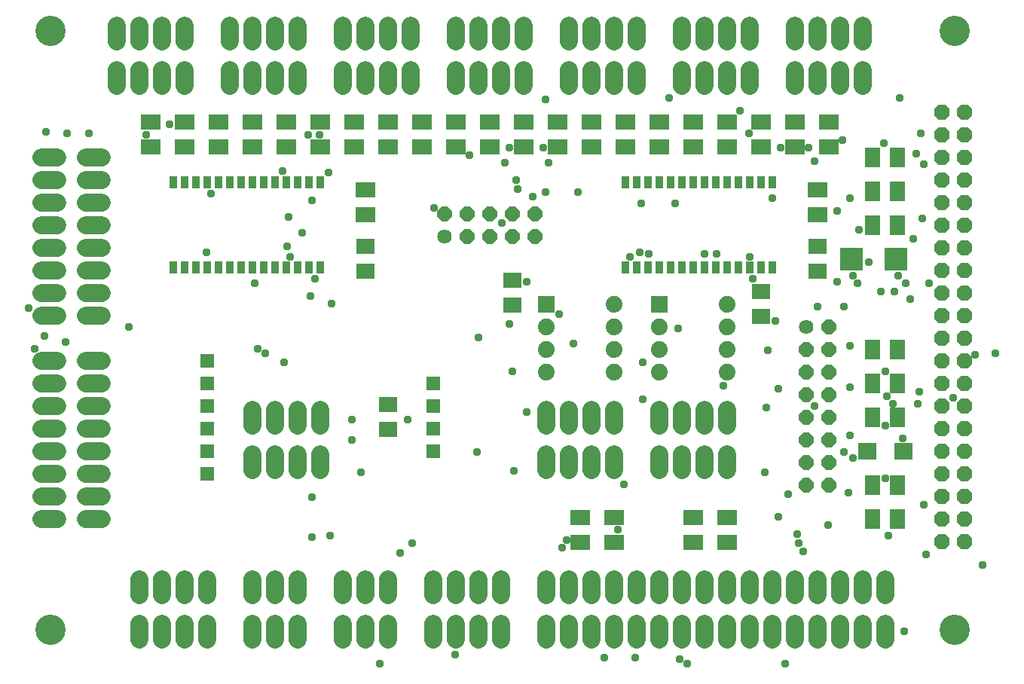
<source format=gbr>
G04 EAGLE Gerber RS-274X export*
G75*
%MOMM*%
%FSLAX34Y34*%
%LPD*%
%INSoldermask Top*%
%IPPOS*%
%AMOC8*
5,1,8,0,0,1.08239X$1,22.5*%
G01*
%ADD10C,3.403200*%
%ADD11C,2.003200*%
%ADD12R,2.603200X2.603200*%
%ADD13R,2.003200X1.803200*%
%ADD14R,2.003200X1.903200*%
%ADD15C,1.625600*%
%ADD16P,1.759533X8X292.500000*%
%ADD17P,1.759533X8X22.500000*%
%ADD18R,1.879600X1.879600*%
%ADD19C,1.879600*%
%ADD20P,1.869504X8X112.500000*%
%ADD21R,0.965200X1.473200*%
%ADD22R,2.203200X1.803200*%
%ADD23R,1.803200X2.203200*%
%ADD24R,1.611200X1.611200*%
%ADD25C,0.959600*%


D10*
X52550Y738650D03*
X1068550Y738650D03*
X1068550Y65550D03*
X52550Y65550D03*
D11*
X482600Y104900D02*
X482600Y122900D01*
X482600Y72900D02*
X482600Y54900D01*
X508000Y104900D02*
X508000Y122900D01*
X508000Y72900D02*
X508000Y54900D01*
X533400Y104900D02*
X533400Y122900D01*
X533400Y72900D02*
X533400Y54900D01*
X558800Y104900D02*
X558800Y122900D01*
X558800Y72900D02*
X558800Y54900D01*
D12*
X1002900Y482600D03*
X952900Y482600D03*
D13*
X571500Y430500D03*
X571500Y458500D03*
X850900Y417800D03*
X850900Y445800D03*
X406400Y468600D03*
X406400Y496600D03*
X914400Y496600D03*
X914400Y468600D03*
X431800Y318800D03*
X431800Y290800D03*
D14*
X970100Y266700D03*
X1011100Y266700D03*
D15*
X901700Y406400D03*
D16*
X927100Y406400D03*
X901700Y381000D03*
X927100Y381000D03*
X901700Y355600D03*
X927100Y355600D03*
X901700Y330200D03*
X927100Y330200D03*
X901700Y304800D03*
X927100Y304800D03*
X901700Y279400D03*
X927100Y279400D03*
X901700Y254000D03*
X927100Y254000D03*
X901700Y228600D03*
X927100Y228600D03*
D11*
X110200Y596900D02*
X92200Y596900D01*
X60200Y596900D02*
X42200Y596900D01*
X92200Y571500D02*
X110200Y571500D01*
X60200Y571500D02*
X42200Y571500D01*
X92200Y546100D02*
X110200Y546100D01*
X60200Y546100D02*
X42200Y546100D01*
X92200Y520700D02*
X110200Y520700D01*
X60200Y520700D02*
X42200Y520700D01*
X92200Y495300D02*
X110200Y495300D01*
X60200Y495300D02*
X42200Y495300D01*
X92200Y469900D02*
X110200Y469900D01*
X60200Y469900D02*
X42200Y469900D01*
X92200Y444500D02*
X110200Y444500D01*
X60200Y444500D02*
X42200Y444500D01*
X92200Y419100D02*
X110200Y419100D01*
X60200Y419100D02*
X42200Y419100D01*
X92200Y368300D02*
X110200Y368300D01*
X60200Y368300D02*
X42200Y368300D01*
X92200Y342900D02*
X110200Y342900D01*
X60200Y342900D02*
X42200Y342900D01*
X92200Y317500D02*
X110200Y317500D01*
X60200Y317500D02*
X42200Y317500D01*
X92200Y292100D02*
X110200Y292100D01*
X60200Y292100D02*
X42200Y292100D01*
X92200Y266700D02*
X110200Y266700D01*
X60200Y266700D02*
X42200Y266700D01*
X92200Y241300D02*
X110200Y241300D01*
X60200Y241300D02*
X42200Y241300D01*
X92200Y215900D02*
X110200Y215900D01*
X60200Y215900D02*
X42200Y215900D01*
X92200Y190500D02*
X110200Y190500D01*
X60200Y190500D02*
X42200Y190500D01*
X152400Y122900D02*
X152400Y104900D01*
X152400Y72900D02*
X152400Y54900D01*
X177800Y104900D02*
X177800Y122900D01*
X177800Y72900D02*
X177800Y54900D01*
X203200Y104900D02*
X203200Y122900D01*
X203200Y72900D02*
X203200Y54900D01*
X228600Y104900D02*
X228600Y122900D01*
X228600Y72900D02*
X228600Y54900D01*
X609600Y104900D02*
X609600Y122900D01*
X609600Y72900D02*
X609600Y54900D01*
X635000Y104900D02*
X635000Y122900D01*
X635000Y72900D02*
X635000Y54900D01*
X660400Y104900D02*
X660400Y122900D01*
X660400Y72900D02*
X660400Y54900D01*
X685800Y104900D02*
X685800Y122900D01*
X685800Y72900D02*
X685800Y54900D01*
X711200Y104900D02*
X711200Y122900D01*
X711200Y72900D02*
X711200Y54900D01*
X736600Y104900D02*
X736600Y122900D01*
X736600Y72900D02*
X736600Y54900D01*
X762000Y104900D02*
X762000Y122900D01*
X762000Y72900D02*
X762000Y54900D01*
X787400Y104900D02*
X787400Y122900D01*
X787400Y72900D02*
X787400Y54900D01*
X812800Y104900D02*
X812800Y122900D01*
X812800Y72900D02*
X812800Y54900D01*
X838200Y104900D02*
X838200Y122900D01*
X838200Y72900D02*
X838200Y54900D01*
X863600Y104900D02*
X863600Y122900D01*
X863600Y72900D02*
X863600Y54900D01*
X889000Y104900D02*
X889000Y122900D01*
X889000Y72900D02*
X889000Y54900D01*
X914400Y104900D02*
X914400Y122900D01*
X914400Y72900D02*
X914400Y54900D01*
X939800Y104900D02*
X939800Y122900D01*
X939800Y72900D02*
X939800Y54900D01*
X965200Y104900D02*
X965200Y122900D01*
X965200Y72900D02*
X965200Y54900D01*
X990600Y104900D02*
X990600Y122900D01*
X990600Y72900D02*
X990600Y54900D01*
D15*
X495300Y508000D03*
D17*
X495300Y533400D03*
X520700Y508000D03*
X520700Y533400D03*
X546100Y508000D03*
X546100Y533400D03*
X571500Y508000D03*
X571500Y533400D03*
X596900Y508000D03*
X596900Y533400D03*
D18*
X609600Y431800D03*
D19*
X609600Y406400D03*
X609600Y381000D03*
X609600Y355600D03*
X685800Y355600D03*
X685800Y381000D03*
X685800Y406400D03*
X685800Y431800D03*
D18*
X736600Y431800D03*
D19*
X736600Y406400D03*
X736600Y381000D03*
X736600Y355600D03*
X812800Y355600D03*
X812800Y381000D03*
X812800Y406400D03*
X812800Y431800D03*
D20*
X1079500Y165100D03*
X1054100Y165100D03*
X1079500Y190500D03*
X1054100Y190500D03*
X1079500Y215900D03*
X1054100Y215900D03*
X1079500Y241300D03*
X1054100Y241300D03*
X1079500Y266700D03*
X1054100Y266700D03*
X1079500Y292100D03*
X1054100Y292100D03*
X1079500Y317500D03*
X1054100Y317500D03*
X1079500Y342900D03*
X1054100Y342900D03*
X1079500Y368300D03*
X1054100Y368300D03*
X1079500Y393700D03*
X1054100Y393700D03*
X1079500Y419100D03*
X1054100Y419100D03*
X1079500Y444500D03*
X1054100Y444500D03*
X1079500Y469900D03*
X1054100Y469900D03*
X1079500Y495300D03*
X1054100Y495300D03*
X1079500Y520700D03*
X1054100Y520700D03*
X1079500Y546100D03*
X1054100Y546100D03*
X1079500Y571500D03*
X1054100Y571500D03*
X1079500Y596900D03*
X1054100Y596900D03*
X1079500Y622300D03*
X1054100Y622300D03*
X1079500Y647700D03*
X1054100Y647700D03*
D11*
X609600Y313400D02*
X609600Y295400D01*
X609600Y263400D02*
X609600Y245400D01*
X635000Y295400D02*
X635000Y313400D01*
X635000Y263400D02*
X635000Y245400D01*
X660400Y295400D02*
X660400Y313400D01*
X660400Y263400D02*
X660400Y245400D01*
X685800Y295400D02*
X685800Y313400D01*
X685800Y263400D02*
X685800Y245400D01*
X736600Y295400D02*
X736600Y313400D01*
X736600Y263400D02*
X736600Y245400D01*
X762000Y295400D02*
X762000Y313400D01*
X762000Y263400D02*
X762000Y245400D01*
X787400Y295400D02*
X787400Y313400D01*
X787400Y263400D02*
X787400Y245400D01*
X812800Y295400D02*
X812800Y313400D01*
X812800Y263400D02*
X812800Y245400D01*
X279400Y122900D02*
X279400Y104900D01*
X279400Y72900D02*
X279400Y54900D01*
X304800Y104900D02*
X304800Y122900D01*
X304800Y72900D02*
X304800Y54900D01*
X330200Y104900D02*
X330200Y122900D01*
X330200Y72900D02*
X330200Y54900D01*
X965200Y677200D02*
X965200Y695200D01*
X965200Y727200D02*
X965200Y745200D01*
X939800Y695200D02*
X939800Y677200D01*
X939800Y727200D02*
X939800Y745200D01*
X914400Y695200D02*
X914400Y677200D01*
X914400Y727200D02*
X914400Y745200D01*
X889000Y695200D02*
X889000Y677200D01*
X889000Y727200D02*
X889000Y745200D01*
X838200Y695200D02*
X838200Y677200D01*
X838200Y727200D02*
X838200Y745200D01*
X812800Y695200D02*
X812800Y677200D01*
X812800Y727200D02*
X812800Y745200D01*
X787400Y695200D02*
X787400Y677200D01*
X787400Y727200D02*
X787400Y745200D01*
X762000Y695200D02*
X762000Y677200D01*
X762000Y727200D02*
X762000Y745200D01*
X711200Y695200D02*
X711200Y677200D01*
X711200Y727200D02*
X711200Y745200D01*
X685800Y695200D02*
X685800Y677200D01*
X685800Y727200D02*
X685800Y745200D01*
X660400Y695200D02*
X660400Y677200D01*
X660400Y727200D02*
X660400Y745200D01*
X635000Y695200D02*
X635000Y677200D01*
X635000Y727200D02*
X635000Y745200D01*
X584200Y695200D02*
X584200Y677200D01*
X584200Y727200D02*
X584200Y745200D01*
X558800Y695200D02*
X558800Y677200D01*
X558800Y727200D02*
X558800Y745200D01*
X533400Y695200D02*
X533400Y677200D01*
X533400Y727200D02*
X533400Y745200D01*
X508000Y695200D02*
X508000Y677200D01*
X508000Y727200D02*
X508000Y745200D01*
X457200Y695200D02*
X457200Y677200D01*
X457200Y727200D02*
X457200Y745200D01*
X431800Y695200D02*
X431800Y677200D01*
X431800Y727200D02*
X431800Y745200D01*
X406400Y695200D02*
X406400Y677200D01*
X406400Y727200D02*
X406400Y745200D01*
X381000Y695200D02*
X381000Y677200D01*
X381000Y727200D02*
X381000Y745200D01*
X330200Y695200D02*
X330200Y677200D01*
X330200Y727200D02*
X330200Y745200D01*
X304800Y695200D02*
X304800Y677200D01*
X304800Y727200D02*
X304800Y745200D01*
X279400Y695200D02*
X279400Y677200D01*
X279400Y727200D02*
X279400Y745200D01*
X254000Y695200D02*
X254000Y677200D01*
X254000Y727200D02*
X254000Y745200D01*
X203200Y695200D02*
X203200Y677200D01*
X203200Y727200D02*
X203200Y745200D01*
X177800Y695200D02*
X177800Y677200D01*
X177800Y727200D02*
X177800Y745200D01*
X152400Y695200D02*
X152400Y677200D01*
X152400Y727200D02*
X152400Y745200D01*
X127000Y695200D02*
X127000Y677200D01*
X127000Y727200D02*
X127000Y745200D01*
D21*
X190500Y472900D03*
X203200Y472900D03*
X215900Y472900D03*
X228600Y472900D03*
X241300Y472900D03*
X254000Y472900D03*
X266700Y472900D03*
X279400Y472900D03*
X292100Y472900D03*
X304800Y472900D03*
X292100Y568500D03*
X304800Y568500D03*
X317500Y568500D03*
X330200Y568500D03*
X342900Y568500D03*
X355600Y568500D03*
X355600Y472900D03*
X342900Y472900D03*
X330200Y472900D03*
X317500Y472900D03*
X279400Y568500D03*
X266700Y568500D03*
X254000Y568500D03*
X241300Y568500D03*
X228600Y568500D03*
X215900Y568500D03*
X203200Y568500D03*
X190500Y568500D03*
X698500Y472900D03*
X711200Y472900D03*
X723900Y472900D03*
X736600Y472900D03*
X749300Y472900D03*
X762000Y472900D03*
X774700Y472900D03*
X787400Y472900D03*
X800100Y472900D03*
X812800Y472900D03*
X800100Y568500D03*
X812800Y568500D03*
X825500Y568500D03*
X838200Y568500D03*
X850900Y568500D03*
X863600Y568500D03*
X863600Y472900D03*
X850900Y472900D03*
X838200Y472900D03*
X825500Y472900D03*
X787400Y568500D03*
X774700Y568500D03*
X762000Y568500D03*
X749300Y568500D03*
X736600Y568500D03*
X723900Y568500D03*
X711200Y568500D03*
X698500Y568500D03*
D22*
X927100Y608300D03*
X927100Y636300D03*
X622300Y608300D03*
X622300Y636300D03*
X546100Y608300D03*
X546100Y636300D03*
X508000Y608300D03*
X508000Y636300D03*
D23*
X1004600Y190500D03*
X976600Y190500D03*
X1004600Y228600D03*
X976600Y228600D03*
D22*
X469900Y608300D03*
X469900Y636300D03*
X431800Y608300D03*
X431800Y636300D03*
X393700Y608300D03*
X393700Y636300D03*
X355600Y608300D03*
X355600Y636300D03*
X317500Y608300D03*
X317500Y636300D03*
X889000Y608300D03*
X889000Y636300D03*
X279400Y608300D03*
X279400Y636300D03*
X241300Y608300D03*
X241300Y636300D03*
X203200Y608300D03*
X203200Y636300D03*
X165100Y608300D03*
X165100Y636300D03*
D23*
X1004600Y304800D03*
X976600Y304800D03*
X976600Y381000D03*
X1004600Y381000D03*
X976600Y596900D03*
X1004600Y596900D03*
X976600Y342900D03*
X1004600Y342900D03*
X976600Y558800D03*
X1004600Y558800D03*
X976600Y520700D03*
X1004600Y520700D03*
D22*
X850900Y608300D03*
X850900Y636300D03*
X774700Y191800D03*
X774700Y163800D03*
X812800Y191800D03*
X812800Y163800D03*
X647700Y191800D03*
X647700Y163800D03*
X685800Y191800D03*
X685800Y163800D03*
X812800Y608300D03*
X812800Y636300D03*
X774700Y608300D03*
X774700Y636300D03*
X736600Y608300D03*
X736600Y636300D03*
X698500Y608300D03*
X698500Y636300D03*
X660400Y608300D03*
X660400Y636300D03*
X584200Y608300D03*
X584200Y636300D03*
D11*
X381000Y122900D02*
X381000Y104900D01*
X381000Y72900D02*
X381000Y54900D01*
X406400Y104900D02*
X406400Y122900D01*
X406400Y72900D02*
X406400Y54900D01*
X431800Y104900D02*
X431800Y122900D01*
X431800Y72900D02*
X431800Y54900D01*
X279400Y295400D02*
X279400Y313400D01*
X279400Y263400D02*
X279400Y245400D01*
X304800Y295400D02*
X304800Y313400D01*
X304800Y263400D02*
X304800Y245400D01*
X330200Y295400D02*
X330200Y313400D01*
X330200Y263400D02*
X330200Y245400D01*
X355600Y295400D02*
X355600Y313400D01*
X355600Y263400D02*
X355600Y245400D01*
D24*
X228600Y368300D03*
X228600Y342900D03*
X228600Y317500D03*
X228600Y292100D03*
X228600Y266700D03*
X228600Y241300D03*
X482600Y266700D03*
X482600Y292100D03*
X482600Y317500D03*
X482600Y342900D03*
D22*
X914400Y532100D03*
X914400Y560100D03*
X406400Y532100D03*
X406400Y560100D03*
D25*
X856869Y315341D03*
X533273Y394589D03*
X346710Y170053D03*
X346710Y214630D03*
X571246Y356616D03*
X808990Y340106D03*
X990600Y356616D03*
X1026922Y320294D03*
X972439Y478790D03*
X960882Y515112D03*
X364871Y579501D03*
X985647Y445770D03*
X335153Y511810D03*
X282321Y455676D03*
X95758Y624078D03*
X318643Y496951D03*
X800735Y488696D03*
X863473Y551434D03*
X445770Y151892D03*
X898144Y153543D03*
X870077Y336804D03*
X870077Y193167D03*
X926211Y183261D03*
X703326Y485394D03*
X911352Y592709D03*
X714883Y490347D03*
X873379Y607568D03*
X724789Y488696D03*
X904748Y607568D03*
X321945Y485394D03*
X577850Y561340D03*
X315341Y366522D03*
X594360Y553085D03*
X293878Y376428D03*
X34671Y381381D03*
X587756Y457327D03*
X567944Y409448D03*
X345059Y440817D03*
X285623Y381381D03*
X645541Y558038D03*
X609219Y558038D03*
X567944Y607568D03*
X605917Y607568D03*
X612521Y591058D03*
X562991Y591058D03*
X747903Y663702D03*
X609219Y662051D03*
X787527Y488696D03*
X837057Y624078D03*
X827151Y648843D03*
X523367Y599313D03*
X838708Y485394D03*
X624078Y421005D03*
X990600Y236093D03*
X858520Y379730D03*
X842010Y460629D03*
X757809Y404495D03*
X1033526Y206375D03*
X350012Y460629D03*
X368173Y432562D03*
X572897Y244348D03*
X878332Y28067D03*
X767715Y28067D03*
X313690Y581152D03*
X354965Y622427D03*
X232791Y556387D03*
X160147Y622427D03*
X186563Y633984D03*
X341757Y622427D03*
X140335Y406146D03*
X69342Y389636D03*
X46228Y396240D03*
X28067Y427609D03*
X227838Y490347D03*
X70993Y624078D03*
X936117Y457327D03*
X936117Y536575D03*
X483743Y539877D03*
X1028573Y333502D03*
X998855Y320294D03*
X944372Y265811D03*
X855218Y242697D03*
X690118Y178308D03*
X458978Y163449D03*
X893191Y163449D03*
X949325Y219583D03*
X954278Y259207D03*
X990600Y295529D03*
X1031875Y528320D03*
X1025271Y600964D03*
X47879Y625729D03*
X988949Y612521D03*
X1000506Y445770D03*
X950976Y283972D03*
X950976Y338455D03*
X950976Y384683D03*
X944372Y429260D03*
X954278Y463931D03*
X1005459Y463931D03*
X1021969Y505206D03*
X1066546Y326898D03*
X992251Y328549D03*
X1010412Y280670D03*
X1114425Y376428D03*
X1018667Y437515D03*
X950976Y551434D03*
X942721Y615823D03*
X754507Y544830D03*
X716534Y544830D03*
X366522Y171704D03*
X718185Y366522D03*
X718185Y325247D03*
X1091311Y374777D03*
X1012063Y64389D03*
X576199Y571246D03*
X559689Y523367D03*
X1033526Y589407D03*
X1007110Y663702D03*
X346710Y548132D03*
X320294Y529971D03*
X422656Y28067D03*
X675259Y34671D03*
X709930Y34671D03*
X1040130Y455676D03*
X1013714Y455676D03*
X959231Y455676D03*
X911352Y316992D03*
X881634Y217932D03*
X891540Y173355D03*
X640588Y387985D03*
X587756Y310388D03*
X759460Y33020D03*
X1030224Y624078D03*
X1099566Y138684D03*
X391287Y302133D03*
X391287Y279019D03*
X632333Y166751D03*
X454025Y302133D03*
X401193Y242697D03*
X627380Y158496D03*
X1036828Y150241D03*
X993902Y171704D03*
X531622Y265811D03*
X506857Y37973D03*
X914654Y429260D03*
X866775Y412750D03*
X696722Y229489D03*
M02*

</source>
